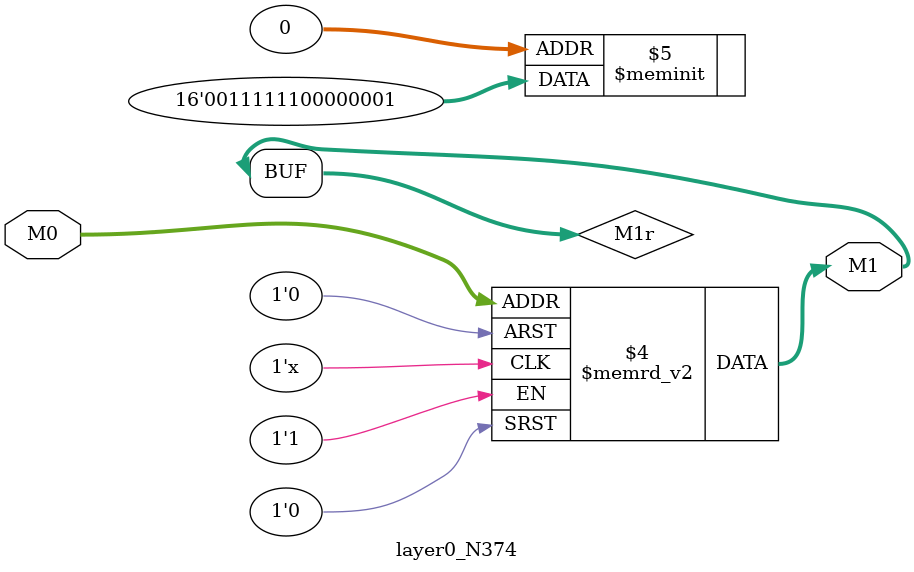
<source format=v>
module layer0_N374 ( input [2:0] M0, output [1:0] M1 );

	(*rom_style = "distributed" *) reg [1:0] M1r;
	assign M1 = M1r;
	always @ (M0) begin
		case (M0)
			3'b000: M1r = 2'b01;
			3'b100: M1r = 2'b11;
			3'b010: M1r = 2'b00;
			3'b110: M1r = 2'b11;
			3'b001: M1r = 2'b00;
			3'b101: M1r = 2'b11;
			3'b011: M1r = 2'b00;
			3'b111: M1r = 2'b00;

		endcase
	end
endmodule

</source>
